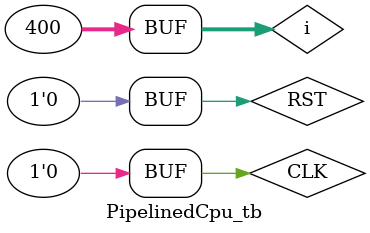
<source format=v>
module PipelinedCpu_tb ();

reg CLK;
wire [31:0] OUT;
reg RST;
integer i;
PipelinedCpu PipelinedCpu1 (.CLK(CLK), .RST(RST), .OUT(OUT));

initial begin
    RST = 1;
    CLK = 0;
    #5;
    CLK = 1;
    #5;
    RST = 0;
    CLK = 0;
    #5;
    for(i=0; i<400; i=i+1) begin
        CLK = 1;
        #5;
        CLK = 0;
        #5;
    end


end


// always begin
//     #6 CLK=0;
//     #4 CLK=1;
// end

    
endmodule
</source>
